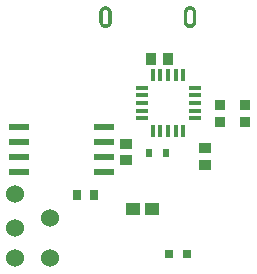
<source format=gbp>
G04*
G04 #@! TF.GenerationSoftware,Altium Limited,Altium Designer,20.2.6 (244)*
G04*
G04 Layer_Color=128*
%FSLAX25Y25*%
%MOIN*%
G70*
G04*
G04 #@! TF.SameCoordinates,8D702C91-D224-4EEC-953A-651AC819B964*
G04*
G04*
G04 #@! TF.FilePolarity,Positive*
G04*
G01*
G75*
%ADD28R,0.03591X0.03772*%
%ADD33R,0.02362X0.03150*%
%ADD40R,0.04134X0.03543*%
%ADD67C,0.06000*%
%ADD80R,0.03150X0.03150*%
%ADD81R,0.03543X0.04134*%
%ADD82R,0.03150X0.03543*%
G04:AMPARAMS|DCode=83|XSize=64.96mil|YSize=22.84mil|CornerRadius=2.85mil|HoleSize=0mil|Usage=FLASHONLY|Rotation=0.000|XOffset=0mil|YOffset=0mil|HoleType=Round|Shape=RoundedRectangle|*
%AMROUNDEDRECTD83*
21,1,0.06496,0.01713,0,0,0.0*
21,1,0.05925,0.02284,0,0,0.0*
1,1,0.00571,0.02963,-0.00856*
1,1,0.00571,-0.02963,-0.00856*
1,1,0.00571,-0.02963,0.00856*
1,1,0.00571,0.02963,0.00856*
%
%ADD83ROUNDEDRECTD83*%
%ADD84R,0.04758X0.03985*%
G04:AMPARAMS|DCode=85|XSize=14.17mil|YSize=43.31mil|CornerRadius=0.64mil|HoleSize=0mil|Usage=FLASHONLY|Rotation=90.000|XOffset=0mil|YOffset=0mil|HoleType=Round|Shape=RoundedRectangle|*
%AMROUNDEDRECTD85*
21,1,0.01417,0.04203,0,0,90.0*
21,1,0.01290,0.04331,0,0,90.0*
1,1,0.00128,0.02102,0.00645*
1,1,0.00128,0.02102,-0.00645*
1,1,0.00128,-0.02102,-0.00645*
1,1,0.00128,-0.02102,0.00645*
%
%ADD85ROUNDEDRECTD85*%
G04:AMPARAMS|DCode=86|XSize=14.17mil|YSize=43.31mil|CornerRadius=0.64mil|HoleSize=0mil|Usage=FLASHONLY|Rotation=0.000|XOffset=0mil|YOffset=0mil|HoleType=Round|Shape=RoundedRectangle|*
%AMROUNDEDRECTD86*
21,1,0.01417,0.04203,0,0,0.0*
21,1,0.01290,0.04331,0,0,0.0*
1,1,0.00128,0.00645,-0.02102*
1,1,0.00128,-0.00645,-0.02102*
1,1,0.00128,-0.00645,0.02102*
1,1,0.00128,0.00645,0.02102*
%
%ADD86ROUNDEDRECTD86*%
%ADD87R,0.04134X0.03740*%
G36*
X-14141Y120489D02*
X-14033Y120481D01*
X-13926Y120466D01*
X-13820Y120447D01*
X-13715Y120421D01*
X-13611Y120391D01*
X-13509Y120354D01*
X-13409Y120313D01*
X-13311Y120267D01*
X-13216Y120215D01*
X-13124Y120158D01*
X-13035Y120097D01*
X-12949Y120031D01*
X-12867Y119961D01*
X-12788Y119886D01*
X-12713Y119808D01*
X-12643Y119726D01*
X-12577Y119640D01*
X-12516Y119551D01*
X-12460Y119458D01*
X-12408Y119363D01*
X-12361Y119266D01*
X-12320Y119166D01*
X-12284Y119064D01*
X-12253Y118960D01*
X-12228Y118855D01*
X-12208Y118748D01*
X-12194Y118641D01*
X-12185Y118533D01*
X-12183Y118425D01*
Y116850D01*
Y115275D01*
X-12185Y115167D01*
X-12194Y115059D01*
X-12208Y114952D01*
X-12228Y114846D01*
X-12253Y114740D01*
X-12284Y114637D01*
X-12320Y114535D01*
X-12361Y114435D01*
X-12408Y114337D01*
X-12460Y114242D01*
X-12516Y114150D01*
X-12577Y114060D01*
X-12643Y113974D01*
X-12713Y113892D01*
X-12788Y113814D01*
X-12867Y113739D01*
X-12949Y113669D01*
X-13035Y113603D01*
X-13124Y113542D01*
X-13216Y113485D01*
X-13311Y113434D01*
X-13409Y113387D01*
X-13509Y113346D01*
X-13611Y113310D01*
X-13715Y113279D01*
X-13820Y113253D01*
X-13926Y113234D01*
X-14033Y113220D01*
X-14141Y113211D01*
X-14250Y113208D01*
X-14358Y113211D01*
X-14466Y113220D01*
X-14573Y113234D01*
X-14679Y113253D01*
X-14785Y113279D01*
X-14888Y113310D01*
X-14990Y113346D01*
X-15090Y113387D01*
X-15188Y113434D01*
X-15283Y113485D01*
X-15375Y113542D01*
X-15464Y113603D01*
X-15550Y113669D01*
X-15633Y113739D01*
X-15711Y113814D01*
X-15786Y113892D01*
X-15856Y113974D01*
X-15922Y114060D01*
X-15983Y114150D01*
X-16039Y114242D01*
X-16091Y114337D01*
X-16138Y114435D01*
X-16179Y114535D01*
X-16215Y114637D01*
X-16246Y114740D01*
X-16271Y114846D01*
X-16291Y114952D01*
X-16305Y115059D01*
X-16314Y115167D01*
X-16317Y115275D01*
Y116850D01*
Y118425D01*
X-16314Y118533D01*
X-16305Y118641D01*
X-16291Y118748D01*
X-16271Y118855D01*
X-16246Y118960D01*
X-16215Y119064D01*
X-16179Y119166D01*
X-16138Y119266D01*
X-16091Y119363D01*
X-16039Y119458D01*
X-15983Y119551D01*
X-15922Y119640D01*
X-15856Y119726D01*
X-15786Y119808D01*
X-15711Y119886D01*
X-15633Y119961D01*
X-15550Y120031D01*
X-15464Y120097D01*
X-15375Y120158D01*
X-15283Y120215D01*
X-15188Y120267D01*
X-15090Y120313D01*
X-14990Y120354D01*
X-14888Y120391D01*
X-14785Y120421D01*
X-14679Y120447D01*
X-14573Y120466D01*
X-14466Y120481D01*
X-14358Y120489D01*
X-14250Y120492D01*
X-14141Y120489D01*
D02*
G37*
G36*
X14008D02*
X14116Y120481D01*
X14223Y120466D01*
X14330Y120447D01*
X14435Y120421D01*
X14539Y120391D01*
X14641Y120354D01*
X14741Y120313D01*
X14838Y120267D01*
X14933Y120215D01*
X15026Y120158D01*
X15115Y120097D01*
X15201Y120031D01*
X15283Y119961D01*
X15362Y119886D01*
X15436Y119808D01*
X15506Y119726D01*
X15572Y119640D01*
X15633Y119551D01*
X15690Y119458D01*
X15742Y119363D01*
X15788Y119266D01*
X15830Y119166D01*
X15866Y119064D01*
X15897Y118960D01*
X15922Y118855D01*
X15942Y118748D01*
X15956Y118641D01*
X15964Y118533D01*
X15967Y118425D01*
Y116850D01*
Y115275D01*
X15964Y115167D01*
X15956Y115059D01*
X15942Y114952D01*
X15922Y114846D01*
X15897Y114740D01*
X15866Y114637D01*
X15830Y114535D01*
X15788Y114435D01*
X15742Y114337D01*
X15690Y114242D01*
X15633Y114150D01*
X15572Y114060D01*
X15506Y113974D01*
X15436Y113892D01*
X15362Y113814D01*
X15283Y113739D01*
X15201Y113669D01*
X15115Y113603D01*
X15026Y113542D01*
X14933Y113485D01*
X14838Y113434D01*
X14741Y113387D01*
X14641Y113346D01*
X14539Y113310D01*
X14435Y113279D01*
X14330Y113253D01*
X14223Y113234D01*
X14116Y113220D01*
X14008Y113211D01*
X13900Y113208D01*
X13792Y113211D01*
X13684Y113220D01*
X13577Y113234D01*
X13470Y113253D01*
X13365Y113279D01*
X13261Y113310D01*
X13159Y113346D01*
X13059Y113387D01*
X12962Y113434D01*
X12867Y113485D01*
X12774Y113542D01*
X12685Y113603D01*
X12599Y113669D01*
X12517Y113739D01*
X12438Y113814D01*
X12364Y113892D01*
X12294Y113974D01*
X12228Y114060D01*
X12167Y114150D01*
X12110Y114242D01*
X12058Y114337D01*
X12012Y114435D01*
X11970Y114535D01*
X11934Y114637D01*
X11904Y114740D01*
X11878Y114846D01*
X11859Y114952D01*
X11845Y115059D01*
X11836Y115167D01*
X11833Y115275D01*
Y116850D01*
Y118425D01*
X11836Y118533D01*
X11845Y118641D01*
X11859Y118748D01*
X11878Y118855D01*
X11904Y118960D01*
X11934Y119064D01*
X11970Y119166D01*
X12012Y119266D01*
X12058Y119363D01*
X12110Y119458D01*
X12167Y119551D01*
X12228Y119640D01*
X12294Y119726D01*
X12364Y119808D01*
X12438Y119886D01*
X12517Y119961D01*
X12599Y120031D01*
X12685Y120097D01*
X12774Y120158D01*
X12867Y120215D01*
X12962Y120267D01*
X13059Y120313D01*
X13159Y120354D01*
X13261Y120391D01*
X13365Y120421D01*
X13470Y120447D01*
X13577Y120466D01*
X13684Y120481D01*
X13792Y120489D01*
X13900Y120492D01*
X14008Y120489D01*
D02*
G37*
%LPC*%
G36*
X-14250Y119311D02*
X-14296Y119309D01*
X-14342Y119306D01*
X-14388Y119300D01*
X-14434Y119291D01*
X-14479Y119281D01*
X-14523Y119267D01*
X-14567Y119252D01*
X-14610Y119234D01*
X-14652Y119214D01*
X-14692Y119192D01*
X-14732Y119168D01*
X-14770Y119142D01*
X-14807Y119113D01*
X-14842Y119083D01*
X-14876Y119051D01*
X-14908Y119018D01*
X-14938Y118982D01*
X-14966Y118946D01*
X-14992Y118907D01*
X-15017Y118868D01*
X-15039Y118827D01*
X-15059Y118785D01*
X-15077Y118742D01*
X-15092Y118699D01*
X-15105Y118654D01*
X-15116Y118609D01*
X-15124Y118563D01*
X-15131Y118517D01*
X-15134Y118471D01*
X-15135Y118425D01*
Y116850D01*
Y115275D01*
X-15134Y115229D01*
X-15131Y115183D01*
X-15124Y115137D01*
X-15116Y115091D01*
X-15105Y115046D01*
X-15092Y115002D01*
X-15077Y114958D01*
X-15059Y114915D01*
X-15039Y114873D01*
X-15017Y114832D01*
X-14992Y114793D01*
X-14966Y114755D01*
X-14938Y114718D01*
X-14908Y114683D01*
X-14876Y114649D01*
X-14842Y114617D01*
X-14807Y114587D01*
X-14770Y114559D01*
X-14732Y114532D01*
X-14692Y114508D01*
X-14652Y114486D01*
X-14610Y114466D01*
X-14567Y114448D01*
X-14523Y114433D01*
X-14479Y114420D01*
X-14434Y114409D01*
X-14388Y114400D01*
X-14342Y114394D01*
X-14296Y114391D01*
X-14250Y114390D01*
X-14203Y114391D01*
X-14157Y114394D01*
X-14111Y114400D01*
X-14065Y114409D01*
X-14020Y114420D01*
X-13976Y114433D01*
X-13932Y114448D01*
X-13889Y114466D01*
X-13847Y114486D01*
X-13807Y114508D01*
X-13767Y114532D01*
X-13729Y114559D01*
X-13692Y114587D01*
X-13657Y114617D01*
X-13623Y114649D01*
X-13591Y114683D01*
X-13561Y114718D01*
X-13533Y114755D01*
X-13507Y114793D01*
X-13482Y114832D01*
X-13460Y114873D01*
X-13440Y114915D01*
X-13422Y114958D01*
X-13407Y115002D01*
X-13394Y115046D01*
X-13383Y115091D01*
X-13375Y115137D01*
X-13369Y115183D01*
X-13365Y115229D01*
X-13364Y115275D01*
Y116850D01*
Y118425D01*
X-13365Y118471D01*
X-13369Y118517D01*
X-13375Y118563D01*
X-13383Y118609D01*
X-13394Y118654D01*
X-13407Y118699D01*
X-13422Y118742D01*
X-13440Y118785D01*
X-13460Y118827D01*
X-13482Y118868D01*
X-13507Y118907D01*
X-13533Y118946D01*
X-13561Y118982D01*
X-13591Y119018D01*
X-13623Y119051D01*
X-13657Y119083D01*
X-13692Y119113D01*
X-13729Y119142D01*
X-13767Y119168D01*
X-13807Y119192D01*
X-13847Y119214D01*
X-13889Y119234D01*
X-13932Y119252D01*
X-13976Y119267D01*
X-14020Y119281D01*
X-14065Y119291D01*
X-14111Y119300D01*
X-14157Y119306D01*
X-14203Y119309D01*
X-14250Y119311D01*
D02*
G37*
G36*
X13900D02*
X13854Y119309D01*
X13807Y119306D01*
X13761Y119300D01*
X13716Y119291D01*
X13671Y119281D01*
X13626Y119267D01*
X13583Y119252D01*
X13540Y119234D01*
X13498Y119214D01*
X13457Y119192D01*
X13418Y119168D01*
X13379Y119142D01*
X13343Y119113D01*
X13307Y119083D01*
X13274Y119051D01*
X13242Y119018D01*
X13212Y118982D01*
X13183Y118946D01*
X13157Y118907D01*
X13133Y118868D01*
X13111Y118827D01*
X13091Y118785D01*
X13073Y118742D01*
X13058Y118699D01*
X13044Y118654D01*
X13034Y118609D01*
X13025Y118563D01*
X13019Y118517D01*
X13015Y118471D01*
X13014Y118425D01*
Y116850D01*
Y115275D01*
X13015Y115229D01*
X13019Y115183D01*
X13025Y115137D01*
X13034Y115091D01*
X13044Y115046D01*
X13058Y115002D01*
X13073Y114958D01*
X13091Y114915D01*
X13111Y114873D01*
X13133Y114832D01*
X13157Y114793D01*
X13183Y114755D01*
X13212Y114718D01*
X13242Y114683D01*
X13274Y114649D01*
X13307Y114617D01*
X13343Y114587D01*
X13379Y114559D01*
X13418Y114532D01*
X13457Y114508D01*
X13498Y114486D01*
X13540Y114466D01*
X13583Y114448D01*
X13626Y114433D01*
X13671Y114420D01*
X13716Y114409D01*
X13761Y114400D01*
X13807Y114394D01*
X13854Y114391D01*
X13900Y114390D01*
X13946Y114391D01*
X13993Y114394D01*
X14039Y114400D01*
X14084Y114409D01*
X14129Y114420D01*
X14174Y114433D01*
X14218Y114448D01*
X14260Y114466D01*
X14302Y114486D01*
X14343Y114508D01*
X14382Y114532D01*
X14421Y114559D01*
X14457Y114587D01*
X14493Y114617D01*
X14526Y114649D01*
X14558Y114683D01*
X14589Y114718D01*
X14617Y114755D01*
X14643Y114793D01*
X14667Y114832D01*
X14689Y114873D01*
X14709Y114915D01*
X14727Y114958D01*
X14742Y115002D01*
X14756Y115046D01*
X14766Y115091D01*
X14775Y115137D01*
X14781Y115183D01*
X14785Y115229D01*
X14786Y115275D01*
Y116850D01*
Y118425D01*
X14785Y118471D01*
X14781Y118517D01*
X14775Y118563D01*
X14766Y118609D01*
X14756Y118654D01*
X14742Y118699D01*
X14727Y118742D01*
X14709Y118785D01*
X14689Y118827D01*
X14667Y118868D01*
X14643Y118907D01*
X14617Y118946D01*
X14589Y118982D01*
X14558Y119018D01*
X14526Y119051D01*
X14493Y119083D01*
X14457Y119113D01*
X14421Y119142D01*
X14382Y119168D01*
X14343Y119192D01*
X14302Y119214D01*
X14260Y119234D01*
X14218Y119252D01*
X14174Y119267D01*
X14129Y119281D01*
X14084Y119291D01*
X14039Y119300D01*
X13993Y119306D01*
X13946Y119309D01*
X13900Y119311D01*
D02*
G37*
%LPD*%
D28*
X32300Y87512D02*
D03*
Y81788D02*
D03*
X23800Y87512D02*
D03*
Y81788D02*
D03*
D33*
X5800Y71650D02*
D03*
X91D02*
D03*
D40*
X-7300Y69193D02*
D03*
Y74508D02*
D03*
D67*
X-44400Y36500D02*
D03*
X-32800Y36400D02*
D03*
X-44300Y46650D02*
D03*
X-44400Y57750D02*
D03*
X-32800Y49790D02*
D03*
D80*
X12906Y37950D02*
D03*
X7000D02*
D03*
D81*
X846Y102950D02*
D03*
X6554D02*
D03*
D82*
X-17947Y57450D02*
D03*
X-23853D02*
D03*
D83*
X-43014Y65250D02*
D03*
Y70250D02*
D03*
Y75250D02*
D03*
Y80250D02*
D03*
X-14786D02*
D03*
Y65250D02*
D03*
Y75250D02*
D03*
Y70250D02*
D03*
D84*
X1157Y53050D02*
D03*
X-5157D02*
D03*
D85*
X15439Y85691D02*
D03*
Y88250D02*
D03*
Y90809D02*
D03*
Y93368D02*
D03*
X-2238Y83132D02*
D03*
Y85691D02*
D03*
Y88250D02*
D03*
Y90809D02*
D03*
Y93368D02*
D03*
X15439Y83132D02*
D03*
D86*
X11718Y97481D02*
D03*
X9159D02*
D03*
X6600D02*
D03*
X4041D02*
D03*
X1482D02*
D03*
Y79018D02*
D03*
X11718D02*
D03*
X9159D02*
D03*
X6600D02*
D03*
X4041D02*
D03*
D87*
X18900Y73104D02*
D03*
Y67396D02*
D03*
M02*

</source>
